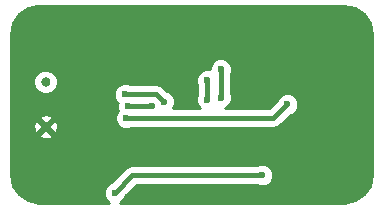
<source format=gbr>
G04 #@! TF.FileFunction,Copper,L2,Bot,Signal*
%FSLAX46Y46*%
G04 Gerber Fmt 4.6, Leading zero omitted, Abs format (unit mm)*
G04 Created by KiCad (PCBNEW 4.0.7-e2-6376~58~ubuntu16.04.1) date Sun Mar  4 02:19:13 2018*
%MOMM*%
%LPD*%
G01*
G04 APERTURE LIST*
%ADD10C,0.100000*%
%ADD11C,0.797560*%
%ADD12C,0.900000*%
%ADD13C,0.600000*%
%ADD14C,0.400000*%
%ADD15C,0.254000*%
G04 APERTURE END LIST*
D10*
D11*
X138646300Y-113897380D03*
X138648840Y-110100080D03*
D12*
X137889379Y-103999473D03*
X159000000Y-115500000D03*
X158000000Y-105500000D03*
D13*
X146500000Y-117000000D03*
X153100000Y-119500000D03*
D12*
X151500000Y-106000000D03*
X142066000Y-115175000D03*
X137500000Y-107000000D03*
D13*
X148645172Y-111765330D03*
X145348075Y-111151925D03*
X145646135Y-112154129D03*
X147643170Y-112162950D03*
X153500000Y-109000000D03*
X153500000Y-111450000D03*
X152312425Y-109942615D03*
X152326366Y-111615572D03*
X145477045Y-113175463D03*
X159115000Y-112000000D03*
X157000000Y-118000000D03*
X144500000Y-119500000D03*
D14*
X148031767Y-111151925D02*
X148345173Y-111465331D01*
X145348075Y-111151925D02*
X148031767Y-111151925D01*
X148345173Y-111465331D02*
X148645172Y-111765330D01*
X145654956Y-112162950D02*
X145646135Y-112154129D01*
X147643170Y-112162950D02*
X145654956Y-112162950D01*
X153500000Y-111450000D02*
X153500000Y-109000000D01*
X152326366Y-109956556D02*
X152312425Y-109942615D01*
X152326366Y-111615572D02*
X152326366Y-109956556D01*
X145901309Y-113175463D02*
X145477045Y-113175463D01*
X157939537Y-113175463D02*
X145901309Y-113175463D01*
X159115000Y-112000000D02*
X157939537Y-113175463D01*
X146000000Y-118000000D02*
X157000000Y-118000000D01*
X144500000Y-119500000D02*
X146000000Y-118000000D01*
D15*
G36*
X164880777Y-103873617D02*
X165627463Y-104372537D01*
X166126383Y-105119225D01*
X166315000Y-106067467D01*
X166315000Y-117932533D01*
X166126383Y-118880775D01*
X165627463Y-119627463D01*
X164880777Y-120126383D01*
X163932533Y-120315000D01*
X144975982Y-120315000D01*
X145028943Y-120293117D01*
X145292192Y-120030327D01*
X145392778Y-119788090D01*
X146345868Y-118835000D01*
X156572766Y-118835000D01*
X156813201Y-118934838D01*
X157185167Y-118935162D01*
X157528943Y-118793117D01*
X157792192Y-118530327D01*
X157934838Y-118186799D01*
X157935162Y-117814833D01*
X157793117Y-117471057D01*
X157530327Y-117207808D01*
X157186799Y-117065162D01*
X156814833Y-117064838D01*
X156572422Y-117165000D01*
X146000000Y-117165000D01*
X145680459Y-117228561D01*
X145409566Y-117409566D01*
X144211667Y-118607465D01*
X143971057Y-118706883D01*
X143707808Y-118969673D01*
X143565162Y-119313201D01*
X143564838Y-119685167D01*
X143706883Y-120028943D01*
X143969673Y-120292192D01*
X144024600Y-120315000D01*
X138067467Y-120315000D01*
X137119225Y-120126383D01*
X136372537Y-119627463D01*
X135873617Y-118880777D01*
X135685000Y-117932533D01*
X135685000Y-114613841D01*
X138109444Y-114613841D01*
X138134014Y-114818546D01*
X138525524Y-114944470D01*
X138935422Y-114910984D01*
X139158586Y-114818546D01*
X139183156Y-114613841D01*
X138646300Y-114076985D01*
X138109444Y-114613841D01*
X135685000Y-114613841D01*
X135685000Y-113776604D01*
X137599210Y-113776604D01*
X137632696Y-114186502D01*
X137725134Y-114409666D01*
X137929839Y-114434236D01*
X138466695Y-113897380D01*
X138825905Y-113897380D01*
X139362761Y-114434236D01*
X139567466Y-114409666D01*
X139693390Y-114018156D01*
X139659904Y-113608258D01*
X139567466Y-113385094D01*
X139362761Y-113360524D01*
X138825905Y-113897380D01*
X138466695Y-113897380D01*
X137929839Y-113360524D01*
X137725134Y-113385094D01*
X137599210Y-113776604D01*
X135685000Y-113776604D01*
X135685000Y-113180919D01*
X138109444Y-113180919D01*
X138646300Y-113717775D01*
X139183156Y-113180919D01*
X139158586Y-112976214D01*
X138767076Y-112850290D01*
X138357178Y-112883776D01*
X138134014Y-112976214D01*
X138109444Y-113180919D01*
X135685000Y-113180919D01*
X135685000Y-111337092D01*
X144412913Y-111337092D01*
X144554958Y-111680868D01*
X144749376Y-111875626D01*
X144711297Y-111967330D01*
X144710973Y-112339296D01*
X144792813Y-112537364D01*
X144684853Y-112645136D01*
X144542207Y-112988664D01*
X144541883Y-113360630D01*
X144683928Y-113704406D01*
X144946718Y-113967655D01*
X145290246Y-114110301D01*
X145662212Y-114110625D01*
X145904623Y-114010463D01*
X157939537Y-114010463D01*
X158259078Y-113946902D01*
X158529971Y-113765897D01*
X159403333Y-112892535D01*
X159643943Y-112793117D01*
X159907192Y-112530327D01*
X160049838Y-112186799D01*
X160050162Y-111814833D01*
X159908117Y-111471057D01*
X159645327Y-111207808D01*
X159301799Y-111065162D01*
X158929833Y-111064838D01*
X158586057Y-111206883D01*
X158322808Y-111469673D01*
X158222222Y-111711910D01*
X157593669Y-112340463D01*
X153793347Y-112340463D01*
X154028943Y-112243117D01*
X154292192Y-111980327D01*
X154434838Y-111636799D01*
X154435162Y-111264833D01*
X154335000Y-111022422D01*
X154335000Y-109427234D01*
X154434838Y-109186799D01*
X154435162Y-108814833D01*
X154293117Y-108471057D01*
X154030327Y-108207808D01*
X153686799Y-108065162D01*
X153314833Y-108064838D01*
X152971057Y-108206883D01*
X152707808Y-108469673D01*
X152565162Y-108813201D01*
X152564969Y-109035077D01*
X152499224Y-109007777D01*
X152127258Y-109007453D01*
X151783482Y-109149498D01*
X151520233Y-109412288D01*
X151377587Y-109755816D01*
X151377263Y-110127782D01*
X151491366Y-110403933D01*
X151491366Y-111188338D01*
X151391528Y-111428773D01*
X151391204Y-111800739D01*
X151533249Y-112144515D01*
X151728855Y-112340463D01*
X149392480Y-112340463D01*
X149437364Y-112295657D01*
X149580010Y-111952129D01*
X149580334Y-111580163D01*
X149438289Y-111236387D01*
X149175499Y-110973138D01*
X148933262Y-110872552D01*
X148622201Y-110561491D01*
X148600499Y-110546990D01*
X148351308Y-110380486D01*
X148031767Y-110316925D01*
X145775309Y-110316925D01*
X145534874Y-110217087D01*
X145162908Y-110216763D01*
X144819132Y-110358808D01*
X144555883Y-110621598D01*
X144413237Y-110965126D01*
X144412913Y-111337092D01*
X135685000Y-111337092D01*
X135685000Y-110304809D01*
X137614881Y-110304809D01*
X137771933Y-110684904D01*
X138062486Y-110975965D01*
X138442306Y-111133680D01*
X138853569Y-111134039D01*
X139233664Y-110976987D01*
X139524725Y-110686434D01*
X139682440Y-110306614D01*
X139682799Y-109895351D01*
X139525747Y-109515256D01*
X139235194Y-109224195D01*
X138855374Y-109066480D01*
X138444111Y-109066121D01*
X138064016Y-109223173D01*
X137772955Y-109513726D01*
X137615240Y-109893546D01*
X137614881Y-110304809D01*
X135685000Y-110304809D01*
X135685000Y-106067467D01*
X135873617Y-105119223D01*
X136372537Y-104372537D01*
X137119225Y-103873617D01*
X138067467Y-103685000D01*
X163932533Y-103685000D01*
X164880777Y-103873617D01*
X164880777Y-103873617D01*
G37*
X164880777Y-103873617D02*
X165627463Y-104372537D01*
X166126383Y-105119225D01*
X166315000Y-106067467D01*
X166315000Y-117932533D01*
X166126383Y-118880775D01*
X165627463Y-119627463D01*
X164880777Y-120126383D01*
X163932533Y-120315000D01*
X144975982Y-120315000D01*
X145028943Y-120293117D01*
X145292192Y-120030327D01*
X145392778Y-119788090D01*
X146345868Y-118835000D01*
X156572766Y-118835000D01*
X156813201Y-118934838D01*
X157185167Y-118935162D01*
X157528943Y-118793117D01*
X157792192Y-118530327D01*
X157934838Y-118186799D01*
X157935162Y-117814833D01*
X157793117Y-117471057D01*
X157530327Y-117207808D01*
X157186799Y-117065162D01*
X156814833Y-117064838D01*
X156572422Y-117165000D01*
X146000000Y-117165000D01*
X145680459Y-117228561D01*
X145409566Y-117409566D01*
X144211667Y-118607465D01*
X143971057Y-118706883D01*
X143707808Y-118969673D01*
X143565162Y-119313201D01*
X143564838Y-119685167D01*
X143706883Y-120028943D01*
X143969673Y-120292192D01*
X144024600Y-120315000D01*
X138067467Y-120315000D01*
X137119225Y-120126383D01*
X136372537Y-119627463D01*
X135873617Y-118880777D01*
X135685000Y-117932533D01*
X135685000Y-114613841D01*
X138109444Y-114613841D01*
X138134014Y-114818546D01*
X138525524Y-114944470D01*
X138935422Y-114910984D01*
X139158586Y-114818546D01*
X139183156Y-114613841D01*
X138646300Y-114076985D01*
X138109444Y-114613841D01*
X135685000Y-114613841D01*
X135685000Y-113776604D01*
X137599210Y-113776604D01*
X137632696Y-114186502D01*
X137725134Y-114409666D01*
X137929839Y-114434236D01*
X138466695Y-113897380D01*
X138825905Y-113897380D01*
X139362761Y-114434236D01*
X139567466Y-114409666D01*
X139693390Y-114018156D01*
X139659904Y-113608258D01*
X139567466Y-113385094D01*
X139362761Y-113360524D01*
X138825905Y-113897380D01*
X138466695Y-113897380D01*
X137929839Y-113360524D01*
X137725134Y-113385094D01*
X137599210Y-113776604D01*
X135685000Y-113776604D01*
X135685000Y-113180919D01*
X138109444Y-113180919D01*
X138646300Y-113717775D01*
X139183156Y-113180919D01*
X139158586Y-112976214D01*
X138767076Y-112850290D01*
X138357178Y-112883776D01*
X138134014Y-112976214D01*
X138109444Y-113180919D01*
X135685000Y-113180919D01*
X135685000Y-111337092D01*
X144412913Y-111337092D01*
X144554958Y-111680868D01*
X144749376Y-111875626D01*
X144711297Y-111967330D01*
X144710973Y-112339296D01*
X144792813Y-112537364D01*
X144684853Y-112645136D01*
X144542207Y-112988664D01*
X144541883Y-113360630D01*
X144683928Y-113704406D01*
X144946718Y-113967655D01*
X145290246Y-114110301D01*
X145662212Y-114110625D01*
X145904623Y-114010463D01*
X157939537Y-114010463D01*
X158259078Y-113946902D01*
X158529971Y-113765897D01*
X159403333Y-112892535D01*
X159643943Y-112793117D01*
X159907192Y-112530327D01*
X160049838Y-112186799D01*
X160050162Y-111814833D01*
X159908117Y-111471057D01*
X159645327Y-111207808D01*
X159301799Y-111065162D01*
X158929833Y-111064838D01*
X158586057Y-111206883D01*
X158322808Y-111469673D01*
X158222222Y-111711910D01*
X157593669Y-112340463D01*
X153793347Y-112340463D01*
X154028943Y-112243117D01*
X154292192Y-111980327D01*
X154434838Y-111636799D01*
X154435162Y-111264833D01*
X154335000Y-111022422D01*
X154335000Y-109427234D01*
X154434838Y-109186799D01*
X154435162Y-108814833D01*
X154293117Y-108471057D01*
X154030327Y-108207808D01*
X153686799Y-108065162D01*
X153314833Y-108064838D01*
X152971057Y-108206883D01*
X152707808Y-108469673D01*
X152565162Y-108813201D01*
X152564969Y-109035077D01*
X152499224Y-109007777D01*
X152127258Y-109007453D01*
X151783482Y-109149498D01*
X151520233Y-109412288D01*
X151377587Y-109755816D01*
X151377263Y-110127782D01*
X151491366Y-110403933D01*
X151491366Y-111188338D01*
X151391528Y-111428773D01*
X151391204Y-111800739D01*
X151533249Y-112144515D01*
X151728855Y-112340463D01*
X149392480Y-112340463D01*
X149437364Y-112295657D01*
X149580010Y-111952129D01*
X149580334Y-111580163D01*
X149438289Y-111236387D01*
X149175499Y-110973138D01*
X148933262Y-110872552D01*
X148622201Y-110561491D01*
X148600499Y-110546990D01*
X148351308Y-110380486D01*
X148031767Y-110316925D01*
X145775309Y-110316925D01*
X145534874Y-110217087D01*
X145162908Y-110216763D01*
X144819132Y-110358808D01*
X144555883Y-110621598D01*
X144413237Y-110965126D01*
X144412913Y-111337092D01*
X135685000Y-111337092D01*
X135685000Y-110304809D01*
X137614881Y-110304809D01*
X137771933Y-110684904D01*
X138062486Y-110975965D01*
X138442306Y-111133680D01*
X138853569Y-111134039D01*
X139233664Y-110976987D01*
X139524725Y-110686434D01*
X139682440Y-110306614D01*
X139682799Y-109895351D01*
X139525747Y-109515256D01*
X139235194Y-109224195D01*
X138855374Y-109066480D01*
X138444111Y-109066121D01*
X138064016Y-109223173D01*
X137772955Y-109513726D01*
X137615240Y-109893546D01*
X137614881Y-110304809D01*
X135685000Y-110304809D01*
X135685000Y-106067467D01*
X135873617Y-105119223D01*
X136372537Y-104372537D01*
X137119225Y-103873617D01*
X138067467Y-103685000D01*
X163932533Y-103685000D01*
X164880777Y-103873617D01*
M02*

</source>
